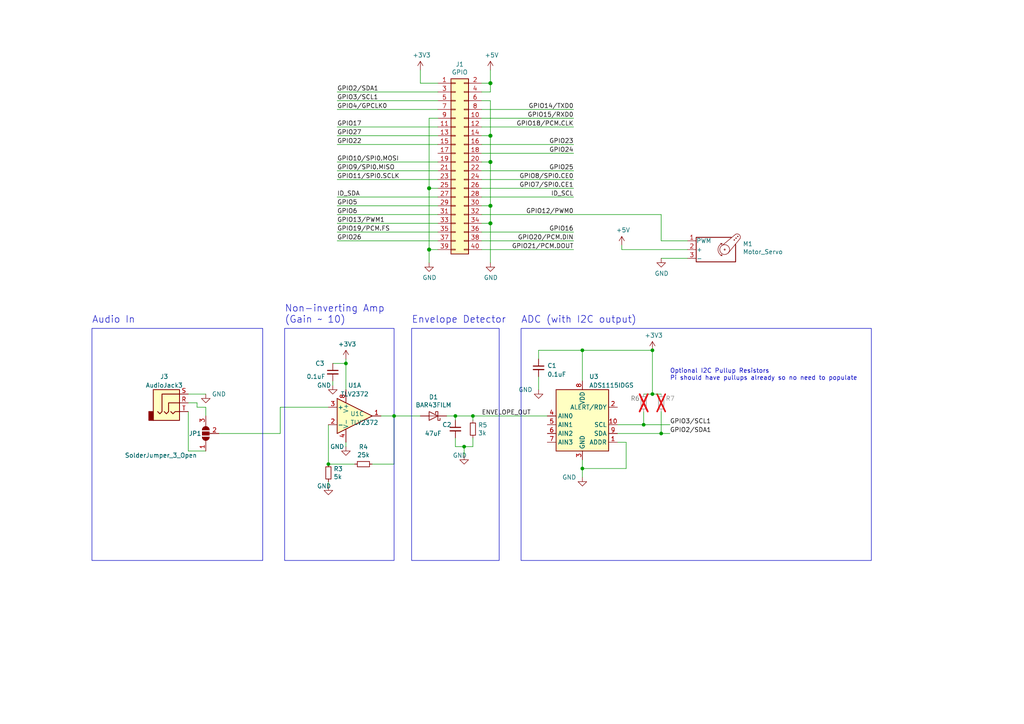
<source format=kicad_sch>
(kicad_sch (version 20230121) (generator eeschema)
  (paper "A4")
  (title_block (title "e-NT Mouth Control PCB") (date "2023-04-13") (company "Dublin Maker 2023") (comment 1 "Shane Ormonde"))
  (lib_symbols
    (symbol "Alexa_kicad_PCB-rescue:BAR43FILM-Diode" (pin_numbers hide) (pin_names (offset 1.016) hide)
      (property "Reference" "D" (at 0 2.54 0))
      (property "Value" "Diode_BAR43FILM" (at 0 -2.54 0))
      (symbol "BAR43FILM-Diode_0_1"
        (polyline (pts (xy 1.27 0) (xy -1.27 0)))
        (polyline (pts (xy 1.27 1.27) (xy 1.27 -1.27) (xy -1.27 0) (xy 1.27 1.27)) (stroke (width 0.2032)))
        (polyline (pts (xy -1.905 0.635) (xy -1.905 1.27) (xy -1.27 1.27) (xy -1.27 -1.27) (xy -0.635 -1.27) (xy -0.635 -0.635)) (stroke (width 0.2032)))
      )
      (symbol "BAR43FILM-Diode_1_1"
        (pin passive line (at 3.81 0 180) (length 2.54) (name "A") (number "1"))
        (pin no_connect line (at 3.81 2.54 180) (length 2.54) hide (name "NC") (number "2"))
        (pin passive line (at -3.81 0 0) (length 2.54) (name "K") (number "3"))
      )
    )
    (symbol "Amplifier_Operational:TLV2372" (pin_names (offset 0.127))
      (property "Reference" "U" (at 0 5.08 0))
      (property "Value" "TLV2372" (at 0 -5.08 0))
      (symbol "TLV2372_1_1"
        (polyline (pts (xy -5.08 5.08) (xy 5.08 0) (xy -5.08 -5.08) (xy -5.08 5.08)) (stroke (width 0.254)) (fill (type background)))
        (pin output line (at 7.62 0 180) (length 2.54) (name "~") (number "1"))
        (pin input line (at -7.62 -2.54 0) (length 2.54) (name "-") (number "2"))
        (pin input line (at -7.62 2.54 0) (length 2.54) (name "+") (number "3"))
      )
      (symbol "TLV2372_2_1"
        (polyline (pts (xy -5.08 5.08) (xy 5.08 0) (xy -5.08 -5.08) (xy -5.08 5.08)) (stroke (width 0.254)) (fill (type background)))
        (pin input line (at -7.62 2.54 0) (length 2.54) (name "+") (number "5"))
        (pin input line (at -7.62 -2.54 0) (length 2.54) (name "-") (number "6"))
        (pin output line (at 7.62 0 180) (length 2.54) (name "~") (number "7"))
      )
      (symbol "TLV2372_3_1"
        (pin power_in line (at -2.54 -7.62 90) (length 3.81) (name "V-") (number "4"))
        (pin power_in line (at -2.54 7.62 270) (length 3.81) (name "V+") (number "8"))
      )
    )
    (symbol "Analog_ADC:ADS1115IDGS"
      (property "Reference" "U" (at 2.54 13.97 0))
      (property "Value" "ADS1115IDGS" (at 7.62 11.43 0))
      (symbol "ADS1115IDGS_0_1"
        (rectangle (start -7.62 10.16) (end 7.62 -7.62) (stroke (width 0.254)) (fill (type background)))
      )
      (symbol "ADS1115IDGS_1_1"
        (pin input line (at 10.16 -5.08 180) (length 2.54) (name "ADDR") (number "1"))
        (pin input line (at 10.16 0 180) (length 2.54) (name "SCL") (number "10"))
        (pin output line (at 10.16 5.08 180) (length 2.54) (name "ALERT/RDY") (number "2"))
        (pin power_in line (at 0 -10.16 90) (length 2.54) (name "GND") (number "3"))
        (pin input line (at -10.16 2.54 0) (length 2.54) (name "AIN0") (number "4"))
        (pin input line (at -10.16 0 0) (length 2.54) (name "AIN1") (number "5"))
        (pin input line (at -10.16 -2.54 0) (length 2.54) (name "AIN2") (number "6"))
        (pin input line (at -10.16 -5.08 0) (length 2.54) (name "AIN3") (number "7"))
        (pin power_in line (at 0 12.7 270) (length 2.54) (name "VDD") (number "8"))
        (pin bidirectional line (at 10.16 -2.54 180) (length 2.54) (name "SDA") (number "9"))
      )
    )
    (symbol "Connector_Audio:AudioJack3"
      (property "Reference" "J" (at 0 8.89 0))
      (property "Value" "AudioJack3" (at 0 6.35 0))
      (symbol "AudioJack3_0_1"
        (rectangle (start -5.08 -5.08) (end -6.35 -2.54) (stroke (width 0.254)) (fill (type outline)))
        (polyline (pts (xy 0 -2.54) (xy 0.635 -3.175) (xy 1.27 -2.54) (xy 2.54 -2.54)) (stroke (width 0.254)))
        (polyline (pts (xy -1.905 -2.54) (xy -1.27 -3.175) (xy -0.635 -2.54) (xy -0.635 0) (xy 2.54 0)) (stroke (width 0.254)))
        (polyline (pts (xy 2.54 2.54) (xy -2.54 2.54) (xy -2.54 -2.54) (xy -3.175 -3.175) (xy -3.81 -2.54)) (stroke (width 0.254)))
        (rectangle (start 2.54 3.81) (end -5.08 -5.08) (stroke (width 0.254)) (fill (type background)))
      )
      (symbol "AudioJack3_1_1"
        (pin passive line (at 5.08 0 180) (length 2.54) (name "~") (number "R"))
        (pin passive line (at 5.08 2.54 180) (length 2.54) (name "~") (number "S"))
        (pin passive line (at 5.08 -2.54 180) (length 2.54) (name "~") (number "T"))
      )
    )
    (symbol "Connector_Generic:Conn_02x20_Odd_Even" (pin_names (offset 1.016) hide)
      (property "Reference" "J" (at 1.27 25.4 0))
      (property "Value" "Conn_02x20_Odd_Even" (at 1.27 -27.94 0))
      (symbol "Conn_02x20_Odd_Even_1_1"
        (rectangle (start -1.27 -25.273) (end 0 -25.527) (stroke (width 0.1524)))
        (rectangle (start -1.27 -22.733) (end 0 -22.987) (stroke (width 0.1524)))
        (rectangle (start -1.27 -20.193) (end 0 -20.447) (stroke (width 0.1524)))
        (rectangle (start -1.27 -17.653) (end 0 -17.907) (stroke (width 0.1524)))
        (rectangle (start -1.27 -15.113) (end 0 -15.367) (stroke (width 0.1524)))
        (rectangle (start -1.27 -12.573) (end 0 -12.827) (stroke (width 0.1524)))
        (rectangle (start -1.27 -10.033) (end 0 -10.287) (stroke (width 0.1524)))
        (rectangle (start -1.27 -7.493) (end 0 -7.747) (stroke (width 0.1524)))
        (rectangle (start -1.27 -4.953) (end 0 -5.207) (stroke (width 0.1524)))
        (rectangle (start -1.27 -2.413) (end 0 -2.667) (stroke (width 0.1524)))
        (rectangle (start -1.27 0.127) (end 0 -0.127) (stroke (width 0.1524)))
        (rectangle (start -1.27 2.667) (end 0 2.413) (stroke (width 0.1524)))
        (rectangle (start -1.27 5.207) (end 0 4.953) (stroke (width 0.1524)))
        (rectangle (start -1.27 7.747) (end 0 7.493) (stroke (width 0.1524)))
        (rectangle (start -1.27 10.287) (end 0 10.033) (stroke (width 0.1524)))
        (rectangle (start -1.27 12.827) (end 0 12.573) (stroke (width 0.1524)))
        (rectangle (start -1.27 15.367) (end 0 15.113) (stroke (width 0.1524)))
        (rectangle (start -1.27 17.907) (end 0 17.653) (stroke (width 0.1524)))
        (rectangle (start -1.27 20.447) (end 0 20.193) (stroke (width 0.1524)))
        (rectangle (start -1.27 22.987) (end 0 22.733) (stroke (width 0.1524)))
        (rectangle (start -1.27 24.13) (end 3.81 -26.67) (stroke (width 0.254)) (fill (type background)))
        (rectangle (start 3.81 -25.273) (end 2.54 -25.527) (stroke (width 0.1524)))
        (rectangle (start 3.81 -22.733) (end 2.54 -22.987) (stroke (width 0.1524)))
        (rectangle (start 3.81 -20.193) (end 2.54 -20.447) (stroke (width 0.1524)))
        (rectangle (start 3.81 -17.653) (end 2.54 -17.907) (stroke (width 0.1524)))
        (rectangle (start 3.81 -15.113) (end 2.54 -15.367) (stroke (width 0.1524)))
        (rectangle (start 3.81 -12.573) (end 2.54 -12.827) (stroke (width 0.1524)))
        (rectangle (start 3.81 -10.033) (end 2.54 -10.287) (stroke (width 0.1524)))
        (rectangle (start 3.81 -7.493) (end 2.54 -7.747) (stroke (width 0.1524)))
        (rectangle (start 3.81 -4.953) (end 2.54 -5.207) (stroke (width 0.1524)))
        (rectangle (start 3.81 -2.413) (end 2.54 -2.667) (stroke (width 0.1524)))
        (rectangle (start 3.81 0.127) (end 2.54 -0.127) (stroke (width 0.1524)))
        (rectangle (start 3.81 2.667) (end 2.54 2.413) (stroke (width 0.1524)))
        (rectangle (start 3.81 5.207) (end 2.54 4.953) (stroke (width 0.1524)))
        (rectangle (start 3.81 7.747) (end 2.54 7.493) (stroke (width 0.1524)))
        (rectangle (start 3.81 10.287) (end 2.54 10.033) (stroke (width 0.1524)))
        (rectangle (start 3.81 12.827) (end 2.54 12.573) (stroke (width 0.1524)))
        (rectangle (start 3.81 15.367) (end 2.54 15.113) (stroke (width 0.1524)))
        (rectangle (start 3.81 17.907) (end 2.54 17.653) (stroke (width 0.1524)))
        (rectangle (start 3.81 20.447) (end 2.54 20.193) (stroke (width 0.1524)))
        (rectangle (start 3.81 22.987) (end 2.54 22.733) (stroke (width 0.1524)))
        (pin passive line (at -5.08 22.86 0) (length 3.81) (name "Pin_1") (number "1"))
        (pin passive line (at 7.62 12.7 180) (length 3.81) (name "Pin_10") (number "10"))
        (pin passive line (at -5.08 10.16 0) (length 3.81) (name "Pin_11") (number "11"))
        (pin passive line (at 7.62 10.16 180) (length 3.81) (name "Pin_12") (number "12"))
        (pin passive line (at -5.08 7.62 0) (length 3.81) (name "Pin_13") (number "13"))
        (pin passive line (at 7.62 7.62 180) (length 3.81) (name "Pin_14") (number "14"))
        (pin passive line (at -5.08 5.08 0) (length 3.81) (name "Pin_15") (number "15"))
        (pin passive line (at 7.62 5.08 180) (length 3.81) (name "Pin_16") (number "16"))
        (pin passive line (at -5.08 2.54 0) (length 3.81) (name "Pin_17") (number "17"))
        (pin passive line (at 7.62 2.54 180) (length 3.81) (name "Pin_18") (number "18"))
        (pin passive line (at -5.08 0 0) (length 3.81) (name "Pin_19") (number "19"))
        (pin passive line (at 7.62 22.86 180) (length 3.81) (name "Pin_2") (number "2"))
        (pin passive line (at 7.62 0 180) (length 3.81) (name "Pin_20") (number "20"))
        (pin passive line (at -5.08 -2.54 0) (length 3.81) (name "Pin_21") (number "21"))
        (pin passive line (at 7.62 -2.54 180) (length 3.81) (name "Pin_22") (number "22"))
        (pin passive line (at -5.08 -5.08 0) (length 3.81) (name "Pin_23") (number "23"))
        (pin passive line (at 7.62 -5.08 180) (length 3.81) (name "Pin_24") (number "24"))
        (pin passive line (at -5.08 -7.62 0) (length 3.81) (name "Pin_25") (number "25"))
        (pin passive line (at 7.62 -7.62 180) (length 3.81) (name "Pin_26") (number "26"))
        (pin passive line (at -5.08 -10.16 0) (length 3.81) (name "Pin_27") (number "27"))
        (pin passive line (at 7.62 -10.16 180) (length 3.81) (name "Pin_28") (number "28"))
        (pin passive line (at -5.08 -12.7 0) (length 3.81) (name "Pin_29") (number "29"))
        (pin passive line (at -5.08 20.32 0) (length 3.81) (name "Pin_3") (number "3"))
        (pin passive line (at 7.62 -12.7 180) (length 3.81) (name "Pin_30") (number "30"))
        (pin passive line (at -5.08 -15.24 0) (length 3.81) (name "Pin_31") (number "31"))
        (pin passive line (at 7.62 -15.24 180) (length 3.81) (name "Pin_32") (number "32"))
        (pin passive line (at -5.08 -17.78 0) (length 3.81) (name "Pin_33") (number "33"))
        (pin passive line (at 7.62 -17.78 180) (length 3.81) (name "Pin_34") (number "34"))
        (pin passive line (at -5.08 -20.32 0) (length 3.81) (name "Pin_35") (number "35"))
        (pin passive line (at 7.62 -20.32 180) (length 3.81) (name "Pin_36") (number "36"))
        (pin passive line (at -5.08 -22.86 0) (length 3.81) (name "Pin_37") (number "37"))
        (pin passive line (at 7.62 -22.86 180) (length 3.81) (name "Pin_38") (number "38"))
        (pin passive line (at -5.08 -25.4 0) (length 3.81) (name "Pin_39") (number "39"))
        (pin passive line (at 7.62 20.32 180) (length 3.81) (name "Pin_4") (number "4"))
        (pin passive line (at 7.62 -25.4 180) (length 3.81) (name "Pin_40") (number "40"))
        (pin passive line (at -5.08 17.78 0) (length 3.81) (name "Pin_5") (number "5"))
        (pin passive line (at 7.62 17.78 180) (length 3.81) (name "Pin_6") (number "6"))
        (pin passive line (at -5.08 15.24 0) (length 3.81) (name "Pin_7") (number "7"))
        (pin passive line (at 7.62 15.24 180) (length 3.81) (name "Pin_8") (number "8"))
        (pin passive line (at -5.08 12.7 0) (length 3.81) (name "Pin_9") (number "9"))
      )
    )
    (symbol "Device:C_Small" (pin_numbers hide) (pin_names (offset 0.254) hide)
      (property "Reference" "C" (at 0.254 1.778 0))
      (property "Value" "C_Small" (at 0.254 -2.032 0))
      (symbol "C_Small_0_1"
        (polyline (pts (xy -1.524 -0.508) (xy 1.524 -0.508)) (stroke (width 0.3302)))
        (polyline (pts (xy -1.524 0.508) (xy 1.524 0.508)) (stroke (width 0.3048)))
      )
      (symbol "C_Small_1_1"
        (pin passive line (at 0 2.54 270) (length 2.032) (name "~") (number "1"))
        (pin passive line (at 0 -2.54 90) (length 2.032) (name "~") (number "2"))
      )
    )
    (symbol "Device:R_Small" (pin_numbers hide) (pin_names (offset 0.254) hide)
      (property "Reference" "R" (at 0.762 0.508 0))
      (property "Value" "R_Small" (at 0.762 -1.016 0))
      (symbol "R_Small_0_1"
        (rectangle (start -0.762 1.778) (end 0.762 -1.778) (stroke (width 0.2032)))
      )
      (symbol "R_Small_1_1"
        (pin passive line (at 0 2.54 270) (length 0.762) (name "~") (number "1"))
        (pin passive line (at 0 -2.54 90) (length 0.762) (name "~") (number "2"))
      )
    )
    (symbol "Jumper:SolderJumper_3_Open" (pin_names (offset 0) hide)
      (property "Reference" "JP" (at -2.54 -2.54 0))
      (property "Value" "SolderJumper_3_Open" (at 0 2.794 0))
      (symbol "SolderJumper_3_Open_0_1"
        (arc (start -1.016 1.016) (mid -2.0276 0) (end -1.016 -1.016))
        (arc (start -1.016 1.016) (mid -2.0276 0) (end -1.016 -1.016) (fill (type outline)))
        (rectangle (start -0.508 1.016) (end 0.508 -1.016) (fill (type outline)))
        (polyline (pts (xy -2.54 0) (xy -2.032 0)))
        (polyline (pts (xy -1.016 1.016) (xy -1.016 -1.016)))
        (polyline (pts (xy 0 -1.27) (xy 0 -1.016)))
        (polyline (pts (xy 1.016 1.016) (xy 1.016 -1.016)))
        (polyline (pts (xy 2.54 0) (xy 2.032 0)))
        (arc (start 1.016 -1.016) (mid 2.0276 0) (end 1.016 1.016))
        (arc (start 1.016 -1.016) (mid 2.0276 0) (end 1.016 1.016) (fill (type outline)))
      )
      (symbol "SolderJumper_3_Open_1_1"
        (pin passive line (at -5.08 0 0) (length 2.54) (name "A") (number "1"))
        (pin passive line (at 0 -3.81 90) (length 2.54) (name "C") (number "2"))
        (pin passive line (at 5.08 0 180) (length 2.54) (name "B") (number "3"))
      )
    )
    (symbol "Motor:Motor_Servo" (pin_names (offset 0.0254))
      (property "Reference" "M" (at -5.08 4.445 0))
      (property "Value" "Motor_Servo" (at -5.08 -4.064 0))
      (symbol "Motor_Servo_0_1"
        (polyline (pts (xy 2.413 -1.778) (xy 2.032 -1.778)))
        (polyline (pts (xy 2.413 -1.778) (xy 2.286 -1.397)))
        (polyline (pts (xy 2.413 1.778) (xy 1.905 1.778)))
        (polyline (pts (xy 2.413 1.778) (xy 2.286 1.397)))
        (polyline (pts (xy 6.35 4.445) (xy 2.54 1.27)))
        (polyline (pts (xy 7.62 3.175) (xy 4.191 -1.016)))
        (polyline (pts (xy 5.08 3.556) (xy -5.08 3.556) (xy -5.08 -3.556) (xy 6.35 -3.556) (xy 6.35 1.524)) (stroke (width 0.254)))
        (arc (start 2.413 1.778) (mid 1.2406 0) (end 2.413 -1.778))
        (circle (center 3.175 0) (radius 0.1778))
        (circle (center 3.175 0) (radius 1.4224))
        (circle (center 5.969 2.794) (radius 0.127))
        (circle (center 6.477 3.302) (radius 0.127))
        (circle (center 6.985 3.81) (radius 0.127))
        (arc (start 7.62 3.175) (mid 7.4485 4.2735) (end 6.35 4.445))
      )
      (symbol "Motor_Servo_1_1"
        (pin passive line (at -7.62 2.54 0) (length 2.54) (name "PWM") (number "1"))
        (pin passive line (at -7.62 0 0) (length 2.54) (name "+") (number "2"))
        (pin passive line (at -7.62 -2.54 0) (length 2.54) (name "-") (number "3"))
      )
    )
    (symbol "power:+3.3V" (power) (pin_names (offset 0))
      (property "Value" "+3.3V" (at 0 3.556 0))
      (symbol "+3.3V_0_1"
        (polyline (pts (xy -0.762 1.27) (xy 0 2.54)))
        (polyline (pts (xy 0 0) (xy 0 2.54)))
        (polyline (pts (xy 0 2.54) (xy 0.762 1.27)))
      )
      (symbol "+3.3V_1_1"
        (pin power_in line (at 0 0 90) (length 0) hide (name "+3V3") (number "1"))
      )
    )
    (symbol "power:+5V" (power) (pin_names (offset 0))
      (property "Value" "+5V" (at 0 3.556 0))
      (symbol "+5V_0_1"
        (polyline (pts (xy -0.762 1.27) (xy 0 2.54)))
        (polyline (pts (xy 0 0) (xy 0 2.54)))
        (polyline (pts (xy 0 2.54) (xy 0.762 1.27)))
      )
      (symbol "+5V_1_1"
        (pin power_in line (at 0 0 90) (length 0) hide (name "+5V") (number "1"))
      )
    )
    (symbol "power:GND" (power) (pin_names (offset 0))
      (property "Value" "GND" (at 0 -3.81 0))
      (symbol "GND_0_1"
        (polyline (pts (xy 0 0) (xy 0 -1.27) (xy 1.27 -1.27) (xy 0 -2.54) (xy -1.27 -1.27) (xy 0 -1.27)))
      )
      (symbol "GND_1_1"
        (pin power_in line (at 0 0 270) (length 0) hide (name "GND") (number "1"))
      )
    )
  )
  (junction (at 186.69 123.19))
  (junction (at 100.33 105.41))
  (junction (at 142.24 24.13) (diameter 1.016))
  (junction (at 142.24 39.37) (diameter 1.016))
  (junction (at 168.91 101.6))
  (junction (at 124.46 72.39) (diameter 1.016))
  (junction (at 189.23 101.6))
  (junction (at 124.46 54.61) (diameter 1.016))
  (junction (at 95.25 134.62))
  (junction (at 189.23 114.3))
  (junction (at 168.91 135.89))
  (junction (at 142.24 64.77) (diameter 1.016))
  (junction (at 137.16 120.65))
  (junction (at 142.24 59.69) (diameter 1.016))
  (junction (at 114.3 120.65))
  (junction (at 142.24 46.99) (diameter 1.016))
  (junction (at 134.62 129.54))
  (junction (at 191.77 125.73))
  (junction (at 132.08 120.65))
  (wire (pts (xy 124.46 54.61) (xy 124.46 72.39)))
  (wire (pts (xy 139.7 54.61) (xy 166.37 54.61)))
  (wire (pts (xy 168.91 135.89) (xy 168.91 138.43)))
  (wire (pts (xy 127 36.83) (xy 97.79 36.83)))
  (wire (pts (xy 189.23 101.6) (xy 168.91 101.6)))
  (wire (pts (xy 168.91 101.6) (xy 168.91 110.49)))
  (wire (pts (xy 142.24 29.21) (xy 142.24 39.37)))
  (wire (pts (xy 142.24 46.99) (xy 139.7 46.99)))
  (wire (pts (xy 95.25 134.62) (xy 102.87 134.62)))
  (wire (pts (xy 186.69 123.19) (xy 194.31 123.19)))
  (wire (pts (xy 142.24 59.69) (xy 142.24 64.77)))
  (wire (pts (xy 132.08 120.65) (xy 132.08 121.92)))
  (wire (pts (xy 142.24 46.99) (xy 142.24 59.69)))
  (wire (pts (xy 139.7 31.75) (xy 166.37 31.75)))
  (wire (pts (xy 191.77 119.38) (xy 191.77 125.73)))
  (wire (pts (xy 124.46 34.29) (xy 124.46 54.61)))
  (wire (pts (xy 137.16 129.54) (xy 137.16 127)))
  (wire (pts (xy 124.46 34.29) (xy 127 34.29)))
  (wire (pts (xy 134.62 129.54) (xy 134.62 132.08)))
  (wire (pts (xy 139.7 52.07) (xy 166.37 52.07)))
  (wire (pts (xy 127 57.15) (xy 97.79 57.15)))
  (wire (pts (xy 97.79 59.69) (xy 127 59.69)))
  (wire (pts (xy 181.61 128.27) (xy 181.61 135.89)))
  (wire (pts (xy 168.91 133.35) (xy 168.91 135.89)))
  (wire (pts (xy 156.21 109.22) (xy 156.21 113.03)))
  (wire (pts (xy 124.46 54.61) (xy 127 54.61)))
  (wire (pts (xy 139.7 41.91) (xy 166.37 41.91)))
  (wire (pts (xy 59.69 118.11) (xy 59.69 120.65)))
  (wire (pts (xy 139.7 72.39) (xy 166.37 72.39)))
  (wire (pts (xy 124.46 72.39) (xy 124.46 76.2)))
  (wire (pts (xy 97.79 39.37) (xy 127 39.37)))
  (wire (pts (xy 132.08 127) (xy 132.08 129.54)))
  (wire (pts (xy 121.92 20.32) (xy 121.92 24.13)))
  (wire (pts (xy 142.24 64.77) (xy 139.7 64.77)))
  (wire (pts (xy 81.28 125.73) (xy 81.28 118.11)))
  (wire (pts (xy 54.61 116.84) (xy 57.15 116.84)))
  (wire (pts (xy 97.79 29.21) (xy 127 29.21)))
  (wire (pts (xy 139.7 62.23) (xy 191.77 62.23)))
  (wire (pts (xy 180.34 71.12) (xy 180.34 72.39)))
  (wire (pts (xy 57.15 116.84) (xy 57.15 118.11)))
  (wire (pts (xy 97.79 52.07) (xy 127 52.07)))
  (wire (pts (xy 129.54 120.65) (xy 132.08 120.65)))
  (wire (pts (xy 127 26.67) (xy 97.79 26.67)))
  (wire (pts (xy 142.24 24.13) (xy 142.24 26.67)))
  (wire (pts (xy 114.3 120.65) (xy 110.49 120.65)))
  (wire (pts (xy 142.24 39.37) (xy 142.24 46.99)))
  (wire (pts (xy 139.7 36.83) (xy 166.37 36.83)))
  (wire (pts (xy 142.24 39.37) (xy 139.7 39.37)))
  (wire (pts (xy 180.34 72.39) (xy 199.39 72.39)))
  (wire (pts (xy 142.24 20.32) (xy 142.24 24.13)))
  (wire (pts (xy 189.23 101.6) (xy 189.23 114.3)))
  (wire (pts (xy 63.5 125.73) (xy 81.28 125.73)))
  (wire (pts (xy 96.52 105.41) (xy 100.33 105.41)))
  (wire (pts (xy 97.79 31.75) (xy 127 31.75)))
  (wire (pts (xy 142.24 24.13) (xy 139.7 24.13)))
  (wire (pts (xy 191.77 74.93) (xy 199.39 74.93)))
  (wire (pts (xy 139.7 44.45) (xy 166.37 44.45)))
  (wire (pts (xy 139.7 34.29) (xy 166.37 34.29)))
  (wire (pts (xy 191.77 62.23) (xy 191.77 69.85)))
  (wire (pts (xy 81.28 118.11) (xy 95.25 118.11)))
  (wire (pts (xy 156.21 101.6) (xy 168.91 101.6)))
  (wire (pts (xy 137.16 120.65) (xy 137.16 121.92)))
  (wire (pts (xy 181.61 135.89) (xy 168.91 135.89)))
  (wire (pts (xy 97.79 41.91) (xy 127 41.91)))
  (wire (pts (xy 97.79 49.53) (xy 127 49.53)))
  (wire (pts (xy 186.69 114.3) (xy 189.23 114.3)))
  (wire (pts (xy 96.52 110.49) (xy 96.52 111.76)))
  (wire (pts (xy 57.15 118.11) (xy 59.69 118.11)))
  (wire (pts (xy 97.79 62.23) (xy 127 62.23)))
  (wire (pts (xy 142.24 26.67) (xy 139.7 26.67)))
  (wire (pts (xy 54.61 119.38) (xy 54.61 130.81)))
  (wire (pts (xy 97.79 67.31) (xy 127 67.31)))
  (wire (pts (xy 139.7 67.31) (xy 166.37 67.31)))
  (wire (pts (xy 124.46 72.39) (xy 127 72.39)))
  (wire (pts (xy 95.25 123.19) (xy 95.25 134.62)))
  (wire (pts (xy 107.95 134.62) (xy 114.3 134.62)))
  (wire (pts (xy 100.33 128.27) (xy 100.33 129.54)))
  (wire (pts (xy 139.7 69.85) (xy 166.37 69.85)))
  (wire (pts (xy 142.24 29.21) (xy 139.7 29.21)))
  (wire (pts (xy 186.69 119.38) (xy 186.69 123.19)))
  (wire (pts (xy 97.79 69.85) (xy 127 69.85)))
  (wire (pts (xy 179.07 125.73) (xy 191.77 125.73)))
  (wire (pts (xy 156.21 104.14) (xy 156.21 101.6)))
  (wire (pts (xy 137.16 120.65) (xy 158.75 120.65)))
  (wire (pts (xy 179.07 128.27) (xy 181.61 128.27)))
  (wire (pts (xy 142.24 64.77) (xy 142.24 76.2)))
  (wire (pts (xy 139.7 49.53) (xy 166.37 49.53)))
  (wire (pts (xy 127 64.77) (xy 97.79 64.77)))
  (wire (pts (xy 95.25 139.7) (xy 95.25 140.97)))
  (wire (pts (xy 114.3 120.65) (xy 121.92 120.65)))
  (wire (pts (xy 142.24 59.69) (xy 139.7 59.69)))
  (wire (pts (xy 100.33 105.41) (xy 100.33 113.03)))
  (wire (pts (xy 191.77 69.85) (xy 199.39 69.85)))
  (wire (pts (xy 191.77 125.73) (xy 194.31 125.73)))
  (wire (pts (xy 121.92 24.13) (xy 127 24.13)))
  (wire (pts (xy 132.08 120.65) (xy 137.16 120.65)))
  (wire (pts (xy 132.08 129.54) (xy 134.62 129.54)))
  (wire (pts (xy 179.07 123.19) (xy 186.69 123.19)))
  (wire (pts (xy 134.62 129.54) (xy 137.16 129.54)))
  (wire (pts (xy 189.23 114.3) (xy 191.77 114.3)))
  (wire (pts (xy 100.33 104.14) (xy 100.33 105.41)))
  (wire (pts (xy 54.61 114.3) (xy 59.69 114.3)))
  (wire (pts (xy 127 46.99) (xy 97.79 46.99)))
  (wire (pts (xy 139.7 57.15) (xy 166.37 57.15)))
  (wire (pts (xy 54.61 130.81) (xy 59.69 130.81)))
  (wire (pts (xy 114.3 134.62) (xy 114.3 120.65)))
  (rectangle (start 151.13 95.25) (end 252.73 162.56))
  (rectangle (start 82.55 95.25) (end 114.3 162.56))
  (rectangle (start 119.38 95.25) (end 144.78 162.56))
  (rectangle (start 26.67 95.25) (end 76.2 162.56))
  (text "Non-inverting Amp\n(Gain ~ 10)" (at 82.55 93.98 0) (effects (font (size 2 2)) (justify left bottom)))
  (text "Envelope Detector" (at 119.38 93.98 0) (effects (font (size 2 2)) (justify left bottom)))
  (text "ADC (with I2C output)" (at 151.13 93.98 0) (effects (font (size 2 2)) (justify left bottom)))
  (text "Audio In" (at 26.67 93.98 0) (effects (font (size 2 2)) (justify left bottom)))
  (text "Optional I2C Pullup Resistors\nPi should have pullups already so no need to populate" (at 194.31 110.49 0) (effects (font (size 1.27 1.27)) (justify left bottom)))
  (label "ID_SDA" (at 97.79 57.15 0))
  (label "GPIO6" (at 97.79 62.23 0))
  (label "GPIO2{slash}SDA1" (at 194.31 125.73 0))
  (label "ID_SCL" (at 166.37 57.15 180))
  (label "GPIO5" (at 97.79 59.69 0))
  (label "GPIO21{slash}PCM.DOUT" (at 166.37 72.39 180))
  (label "GPIO19{slash}PCM.FS" (at 97.79 67.31 0))
  (label "GPIO10{slash}SPI0.MOSI" (at 97.79 46.99 0))
  (label "GPIO9{slash}SPI0.MISO" (at 97.79 49.53 0))
  (label "GPIO3{slash}SCL1" (at 194.31 123.19 0))
  (label "GPIO23" (at 166.37 41.91 180))
  (label "GPIO4{slash}GPCLK0" (at 97.79 31.75 0))
  (label "ENVELOPE_OUT" (at 139.7 120.65 0))
  (label "GPIO27" (at 97.79 39.37 0))
  (label "GPIO26" (at 97.79 69.85 0))
  (label "GPIO14{slash}TXD0" (at 166.37 31.75 180))
  (label "GPIO8{slash}SPI0.CE0" (at 166.37 52.07 180))
  (label "GPIO15{slash}RXD0" (at 166.37 34.29 180))
  (label "GPIO16" (at 166.37 67.31 180))
  (label "GPIO22" (at 97.79 41.91 0))
  (label "GPIO2{slash}SDA1" (at 97.79 26.67 0))
  (label "GPIO17" (at 97.79 36.83 0))
  (label "GPIO25" (at 166.37 49.53 180))
  (label "GPIO3{slash}SCL1" (at 97.79 29.21 0))
  (label "GPIO18{slash}PCM.CLK" (at 166.37 36.83 180))
  (label "GPIO12{slash}PWM0" (at 166.37 62.23 180))
  (label "GPIO13{slash}PWM1" (at 97.79 64.77 0))
  (label "GPIO20{slash}PCM.DIN" (at 166.37 69.85 180))
  (label "GPIO24" (at 166.37 44.45 180))
  (label "GPIO7{slash}SPI0.CE1" (at 166.37 54.61 180))
  (label "GPIO11{slash}SPI0.SCLK" (at 97.79 52.07 0))
  (symbol (lib_id "power:+5V") (at 142.24 20.32 0) (unit 1)
    (property "Reference" "#PWR01" (effects hide))
    (property "Value" "+5V" (at 142.6083 15.9956 0))
  )
  (symbol (lib_id "power:+3.3V") (at 121.92 20.32 0) (unit 1)
    (property "Reference" "#PWR04" (effects hide))
    (property "Value" "+3.3V" (at 122.2883 15.9956 0))
  )
  (symbol (lib_id "power:GND") (at 142.24 76.2 0) (unit 1)
    (property "Reference" "#PWR02" (effects hide))
    (property "Value" "GND" (at 142.3543 80.5244 0))
  )
  (symbol (lib_id "power:GND") (at 124.46 76.2 0) (unit 1)
    (property "Reference" "#PWR03" (effects hide))
    (property "Value" "GND" (at 124.5743 80.5244 0))
  )
  (symbol (lib_id "Connector_Generic:Conn_02x20_Odd_Even") (at 132.08 46.99 0) (unit 1)
    (property "Reference" "J1" (at 133.35 18.6498 0))
    (property "Value" "GPIO" (at 133.35 20.955 0))
    (property "Footprint" "Connector_PinSocket_2.54mm:PinSocket_2x20_P2.54mm_Vertical" (effects hide))
  )
  (symbol (lib_id "Device:C_Small") (at 132.08 124.46 0) (unit 1)
    (property "Reference" "C2" (at 128.27 123.19 0) (effects (justify left)))
    (property "Value" "47uF" (at 123.19 125.73 0) (effects (justify left)))
    (property "Footprint" "Capacitor_SMD:C_1206_3216Metric" (effects hide))
  )
  (symbol (lib_id "Amplifier_Operational:TLV2372") (at 102.87 120.65 0) (unit 3)
    (property "Reference" "U1" (at 101.6 120.015 0) (effects (justify left)))
    (property "Value" "TLV2372" (at 101.6 122.555 0) (effects (justify left)))
    (property "Footprint" "Package_SO:SOIC-8_3.9x4.9mm_P1.27mm" (effects hide))
    (property "Datasheet" "http://www.ti.com/lit/ds/symlink/tlv2375.pdf" (effects hide))
  )
  (symbol (lib_id "Motor:Motor_Servo") (at 207.01 72.39 0) (unit 1)
    (property "Reference" "M1" (at 215.4428 70.739 0) (effects (justify left)))
    (property "Value" "Motor_Servo" (at 215.4428 73.0504 0) (effects (justify left)))
    (property "Footprint" "Connector_JST:JST_PH_S3B-PH-K_1x03_P2.00mm_Horizontal" (effects hide))
    (property "Datasheet" "http://forums.parallax.com/uploads/attachments/46831/74481.png" (effects hide))
  )
  (symbol (lib_id "Device:R_Small") (at 186.69 116.84 0) (unit 1) (dnp yes)
    (property "Reference" "R6" (at 182.88 115.57 0) (effects (justify left)))
    (property "Value" "R_Small" (effects hide))
    (property "Footprint" "Resistor_SMD:R_0402_1005Metric_Pad0.72x0.64mm_HandSolder" (effects hide))
  )
  (symbol (lib_id "Device:C_Small") (at 156.21 106.68 0) (unit 1)
    (property "Reference" "C1" (at 158.75 106.0513 0) (effects (justify left)))
    (property "Value" "0.1uF" (at 158.75 108.5913 0) (effects (justify left)))
    (property "Footprint" "Capacitor_SMD:C_0603_1608Metric_Pad1.08x0.95mm_HandSolder" (effects hide))
  )
  (symbol (lib_id "power:GND") (at 168.91 138.43 0) (unit 1)
    (property "Reference" "#PWR09" (effects hide))
    (property "Value" "GND" (at 165.1 138.43 0))
  )
  (symbol (lib_id "power:GND") (at 96.52 111.76 0) (unit 1)
    (property "Reference" "#PWR015" (effects hide))
    (property "Value" "GND" (at 93.98 111.76 0))
  )
  (symbol (lib_id "Amplifier_Operational:TLV2372") (at 102.87 120.65 0) (unit 1)
    (property "Reference" "U1" (at 102.87 111.76 0))
    (property "Value" "TLV2372" (at 102.87 114.3 0))
    (property "Footprint" "Package_SO:SOIC-8_3.9x4.9mm_P1.27mm" (effects hide))
    (property "Datasheet" "http://www.ti.com/lit/ds/symlink/tlv2375.pdf" (effects hide))
  )
  (symbol (lib_id "Device:R_Small") (at 191.77 116.84 0) (unit 1) (dnp yes)
    (property "Reference" "R7" (at 193.04 115.57 0) (effects (justify left)))
    (property "Value" "R_Small" (effects hide))
    (property "Footprint" "Resistor_SMD:R_0402_1005Metric_Pad0.72x0.64mm_HandSolder" (effects hide))
  )
  (symbol (lib_id "Device:C_Small") (at 96.52 107.95 0) (unit 1)
    (property "Reference" "C3" (at 91.44 105.41 0) (effects (justify left)))
    (property "Value" "0.1uF" (at 88.9 109.22 0) (effects (justify left)))
    (property "Footprint" "Capacitor_SMD:C_0603_1608Metric_Pad1.08x0.95mm_HandSolder" (effects hide))
  )
  (symbol (lib_id "power:+5V") (at 180.34 71.12 0) (unit 1)
    (property "Reference" "#PWR010" (effects hide))
    (property "Value" "+5V" (at 180.721 66.7258 0))
  )
  (symbol (lib_id "power:+3.3V") (at 100.33 104.14 0) (unit 1)
    (property "Reference" "#PWR014" (effects hide))
    (property "Value" "+3.3V" (at 100.6983 99.8156 0))
  )
  (symbol (lib_id "Connector_Audio:AudioJack3") (at 49.53 116.84 0) (unit 1)
    (property "Reference" "J3" (at 47.625 109.22 0))
    (property "Value" "AudioJack3" (at 47.625 111.76 0))
    (property "Footprint" "Connector_Audio:Jack_3.5mm_CUI_SJ-3523-SMT_Horizontal" (effects hide))
  )
  (symbol (lib_id "Alexa_kicad_PCB-rescue:BAR43FILM-Diode") (at 125.73 120.65 180) (unit 1)
    (property "Reference" "D1" (at 125.73 115.1636 0))
    (property "Value" "BAR43FILM" (at 125.73 117.475 0))
    (property "Footprint" "Package_TO_SOT_SMD:SOT-23" (effects hide))
    (property "Datasheet" "www.st.com/resource/en/datasheet/bar43.pdf" (effects hide))
  )
  (symbol (lib_id "power:GND") (at 95.25 140.97 0) (unit 1)
    (property "Reference" "#PWR07" (effects hide))
    (property "Value" "GND" (at 93.98 140.97 0))
  )
  (symbol (lib_id "power:GND") (at 100.33 129.54 0) (unit 1)
    (property "Reference" "#PWR012" (effects hide))
    (property "Value" "GND" (at 97.79 129.54 0))
  )
  (symbol (lib_id "power:GND") (at 59.69 114.3 0) (unit 1)
    (property "Reference" "#PWR05" (effects hide))
    (property "Value" "GND" (at 63.5 114.3 0))
  )
  (symbol (lib_id "power:GND") (at 134.62 132.08 0) (unit 1)
    (property "Reference" "#PWR08" (effects hide))
    (property "Value" "GND" (at 133.35 132.08 0))
  )
  (symbol (lib_id "Device:R_Small") (at 137.16 124.46 180) (unit 1)
    (property "Reference" "R5" (at 138.6586 123.2916 0) (effects (justify right)))
    (property "Value" "3k" (at 138.6586 125.603 0) (effects (justify right)))
    (property "Footprint" "Resistor_SMD:R_0603_1608Metric" (effects hide))
  )
  (symbol (lib_id "power:GND") (at 191.77 74.93 0) (unit 1)
    (property "Reference" "#PWR011" (effects hide))
    (property "Value" "GND" (at 191.897 79.3242 0))
  )
  (symbol (lib_id "Jumper:SolderJumper_3_Open") (at 59.69 125.73 90) (unit 1)
    (property "Reference" "JP1" (at 58.42 125.73 90) (effects (justify left)))
    (property "Value" "SolderJumper_3_Open" (at 57.15 132.08 90) (effects (justify left)))
    (property "Footprint" "Jumper:SolderJumper-3_P2.0mm_Open_TrianglePad1.0x1.5mm_NumberLabels" (effects hide))
  )
  (symbol (lib_id "Analog_ADC:ADS1115IDGS") (at 168.91 123.19 0) (unit 1)
    (property "Reference" "U3" (at 170.8659 109.22 0) (effects (justify left)))
    (property "Value" "ADS1115IDGS" (at 170.8659 111.76 0) (effects (justify left)))
    (property "Footprint" "Package_SO:TSSOP-10_3x3mm_P0.5mm" (effects hide))
    (property "Datasheet" "http://www.ti.com/lit/ds/symlink/ads1113.pdf" (effects hide))
  )
  (symbol (lib_id "power:GND") (at 156.21 113.03 0) (unit 1)
    (property "Reference" "#PWR013" (effects hide))
    (property "Value" "GND" (at 152.4 113.03 0))
  )
  (symbol (lib_id "Device:R_Small") (at 95.25 137.16 180) (unit 1)
    (property "Reference" "R3" (at 96.7486 135.9916 0) (effects (justify right)))
    (property "Value" "5k" (at 96.7486 138.303 0) (effects (justify right)))
    (property "Footprint" "Resistor_SMD:R_0603_1608Metric" (effects hide))
  )
  (symbol (lib_id "power:+3.3V") (at 189.23 101.6 0) (unit 1)
    (property "Reference" "#PWR06" (effects hide))
    (property "Value" "+3.3V" (at 189.5983 97.2756 0))
  )
  (symbol (lib_id "Device:R_Small") (at 105.41 134.62 270) (unit 1)
    (property "Reference" "R4" (at 105.41 129.6416 90))
    (property "Value" "25k" (at 105.41 131.953 90))
    (property "Footprint" "Resistor_SMD:R_0603_1608Metric" (effects hide))
  )
)
</source>
